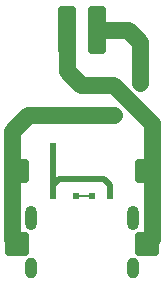
<source format=gbr>
%TF.GenerationSoftware,KiCad,Pcbnew,9.0.1*%
%TF.CreationDate,2025-06-25T00:30:31-04:00*%
%TF.ProjectId,DaughterBoard,44617567-6874-4657-9242-6f6172642e6b,rev?*%
%TF.SameCoordinates,Original*%
%TF.FileFunction,Copper,L2,Bot*%
%TF.FilePolarity,Positive*%
%FSLAX46Y46*%
G04 Gerber Fmt 4.6, Leading zero omitted, Abs format (unit mm)*
G04 Created by KiCad (PCBNEW 9.0.1) date 2025-06-25 00:30:31*
%MOMM*%
%LPD*%
G01*
G04 APERTURE LIST*
G04 Aperture macros list*
%AMRoundRect*
0 Rectangle with rounded corners*
0 $1 Rounding radius*
0 $2 $3 $4 $5 $6 $7 $8 $9 X,Y pos of 4 corners*
0 Add a 4 corners polygon primitive as box body*
4,1,4,$2,$3,$4,$5,$6,$7,$8,$9,$2,$3,0*
0 Add four circle primitives for the rounded corners*
1,1,$1+$1,$2,$3*
1,1,$1+$1,$4,$5*
1,1,$1+$1,$6,$7*
1,1,$1+$1,$8,$9*
0 Add four rect primitives between the rounded corners*
20,1,$1+$1,$2,$3,$4,$5,0*
20,1,$1+$1,$4,$5,$6,$7,0*
20,1,$1+$1,$6,$7,$8,$9,0*
20,1,$1+$1,$8,$9,$2,$3,0*%
G04 Aperture macros list end*
%TA.AperFunction,HeatsinkPad*%
%ADD10O,1.000000X2.100000*%
%TD*%
%TA.AperFunction,HeatsinkPad*%
%ADD11O,1.000000X1.800000*%
%TD*%
%TA.AperFunction,SMDPad,CuDef*%
%ADD12RoundRect,0.250000X0.750000X0.750000X-0.750000X0.750000X-0.750000X-0.750000X0.750000X-0.750000X0*%
%TD*%
%TA.AperFunction,SMDPad,CuDef*%
%ADD13RoundRect,0.225000X0.525000X1.775000X-0.525000X1.775000X-0.525000X-1.775000X0.525000X-1.775000X0*%
%TD*%
%TA.AperFunction,ViaPad*%
%ADD14C,0.609600*%
%TD*%
%TA.AperFunction,Conductor*%
%ADD15C,0.508000*%
%TD*%
%TA.AperFunction,Conductor*%
%ADD16C,0.200000*%
%TD*%
%TA.AperFunction,Conductor*%
%ADD17C,1.397000*%
%TD*%
G04 APERTURE END LIST*
D10*
%TO.P,J4,S1,SHIELD*%
%TO.N,GND*%
X99680000Y-71219400D03*
D11*
X99680000Y-75399400D03*
D10*
X108320000Y-71219400D03*
D11*
X108320000Y-75399400D03*
%TD*%
D12*
%TO.P,J3,1*%
%TO.N,SYSTEM_VDD*%
X109500000Y-73375000D03*
X109500000Y-67225000D03*
%TO.P,J3,2*%
%TO.N,SYSTEM_VSS*%
X98500000Y-73375000D03*
%TO.P,J3,3*%
X98500000Y-67225000D03*
%TD*%
D13*
%TO.P,J2,1,Pin_1*%
%TO.N,SYSTEM_VSS*%
X105270001Y-55300000D03*
%TO.P,J2,2,Pin_2*%
%TO.N,SYSTEM_VDD*%
X102729999Y-55300000D03*
%TD*%
D14*
%TO.N,VBUS*%
X101600000Y-65100000D03*
X101600000Y-69300000D03*
X106400000Y-69300000D03*
%TO.N,/D+*%
X103500000Y-69300000D03*
X104829800Y-69300000D03*
%TO.N,SYSTEM_VSS*%
X108900000Y-59800000D03*
X106700000Y-62500000D03*
X108900000Y-59000000D03*
X105800000Y-62500000D03*
%TD*%
D15*
%TO.N,VBUS*%
X105900000Y-67900000D02*
X106400000Y-68400000D01*
X106400000Y-68400000D02*
X106400000Y-69300000D01*
X101600000Y-69300000D02*
X101600000Y-65100000D01*
X102100000Y-67900000D02*
X105900000Y-67900000D01*
X101600000Y-69300000D02*
X101600000Y-68400000D01*
X101600000Y-68400000D02*
X102100000Y-67900000D01*
D16*
%TO.N,/D+*%
X104829800Y-69300000D02*
X103500000Y-69300000D01*
D17*
%TO.N,SYSTEM_VSS*%
X105800000Y-62500000D02*
X99400000Y-62500000D01*
X98100000Y-69000000D02*
X98100000Y-67625000D01*
X99400000Y-62500000D02*
X98100000Y-63800000D01*
X107900000Y-55300000D02*
X105270001Y-55300000D01*
X98100000Y-67625000D02*
X98500000Y-67225000D01*
X108900000Y-59000000D02*
X108900000Y-56300000D01*
X98500000Y-73375000D02*
X98100000Y-72975000D01*
X108900000Y-56300000D02*
X107900000Y-55300000D01*
X98100000Y-72975000D02*
X98100000Y-69000000D01*
X105800000Y-62500000D02*
X106700000Y-62500000D01*
X98100000Y-63800000D02*
X98100000Y-69000000D01*
X108900000Y-59800000D02*
X108900000Y-59000000D01*
%TO.N,SYSTEM_VDD*%
X109900000Y-67625000D02*
X109500000Y-67225000D01*
X109900000Y-69000000D02*
X109900000Y-63200000D01*
X109900000Y-72975000D02*
X109900000Y-69000000D01*
X106600000Y-59900000D02*
X103900000Y-59900000D01*
X109900000Y-63200000D02*
X106600000Y-59900000D01*
X102729999Y-58729999D02*
X102729999Y-55300000D01*
X109500000Y-73375000D02*
X109900000Y-72975000D01*
X109900000Y-69000000D02*
X109900000Y-67625000D01*
X103900000Y-59900000D02*
X102729999Y-58729999D01*
%TD*%
M02*

</source>
